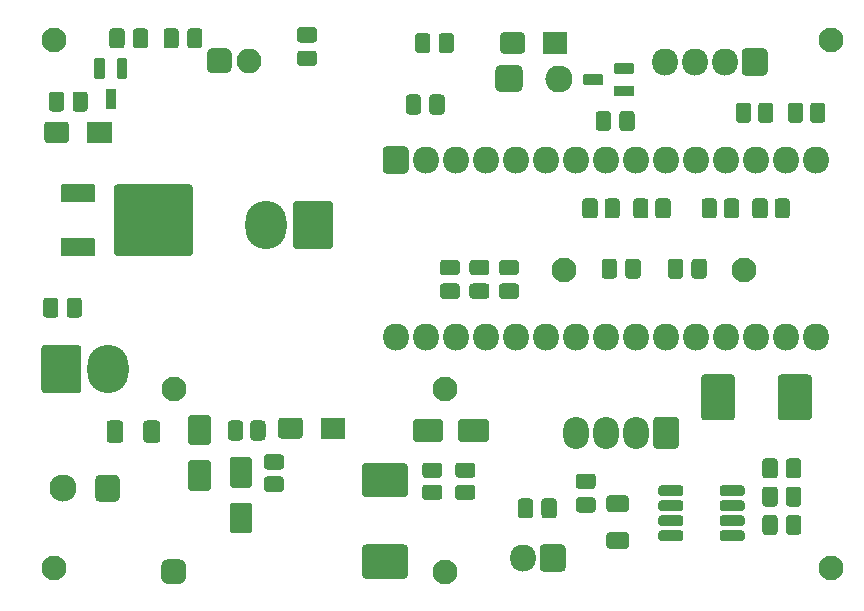
<source format=gts>
G04 #@! TF.GenerationSoftware,KiCad,Pcbnew,(5.1.10)-1*
G04 #@! TF.CreationDate,2021-11-25T14:37:56-05:00*
G04 #@! TF.ProjectId,pid_smt_oven,7069645f-736d-4745-9f6f-76656e2e6b69,rev?*
G04 #@! TF.SameCoordinates,Original*
G04 #@! TF.FileFunction,Soldermask,Top*
G04 #@! TF.FilePolarity,Negative*
%FSLAX46Y46*%
G04 Gerber Fmt 4.6, Leading zero omitted, Abs format (unit mm)*
G04 Created by KiCad (PCBNEW (5.1.10)-1) date 2021-11-25 14:37:56*
%MOMM*%
%LPD*%
G01*
G04 APERTURE LIST*
%ADD10O,2.200000X2.300000*%
%ADD11O,2.200000X2.700000*%
%ADD12O,2.300000X2.300000*%
%ADD13O,2.100000X2.100000*%
%ADD14C,2.100000*%
%ADD15C,2.300000*%
%ADD16O,3.500000X4.100000*%
G04 APERTURE END LIST*
D10*
G04 #@! TO.C,a2*
X67660000Y-32100000D03*
X67660000Y-17100000D03*
X32100000Y-32100000D03*
X65120000Y-17100000D03*
X34640000Y-32100000D03*
X62580000Y-17100000D03*
X37180000Y-32100000D03*
X60040000Y-17100000D03*
X39720000Y-32100000D03*
X57500000Y-17100000D03*
X42260000Y-32100000D03*
X54960000Y-17100000D03*
X44800000Y-32100000D03*
X52420000Y-17100000D03*
X47340000Y-32100000D03*
X49880000Y-17100000D03*
X49880000Y-32100000D03*
X47340000Y-17100000D03*
X52420000Y-32100000D03*
X44800000Y-17100000D03*
X54960000Y-32100000D03*
X42260000Y-17100000D03*
X57500000Y-32100000D03*
X39720000Y-17100000D03*
X60040000Y-32100000D03*
X37180000Y-17100000D03*
X62580000Y-32100000D03*
X34640000Y-17100000D03*
X65120000Y-32100000D03*
G36*
G01*
X31330000Y-15950000D02*
X32870000Y-15950000D01*
G75*
G02*
X33200000Y-16280000I0J-330000D01*
G01*
X33200000Y-17920000D01*
G75*
G02*
X32870000Y-18250000I-330000J0D01*
G01*
X31330000Y-18250000D01*
G75*
G02*
X31000000Y-17920000I0J330000D01*
G01*
X31000000Y-16280000D01*
G75*
G02*
X31330000Y-15950000I330000J0D01*
G01*
G37*
G04 #@! TD*
G04 #@! TO.C,C8*
G36*
G01*
X12175000Y-39419325D02*
X12175000Y-40780675D01*
G75*
G02*
X11905675Y-41050000I-269325J0D01*
G01*
X11019325Y-41050000D01*
G75*
G02*
X10750000Y-40780675I0J269325D01*
G01*
X10750000Y-39419325D01*
G75*
G02*
X11019325Y-39150000I269325J0D01*
G01*
X11905675Y-39150000D01*
G75*
G02*
X12175000Y-39419325I0J-269325D01*
G01*
G37*
G36*
G01*
X9050000Y-39419325D02*
X9050000Y-40780675D01*
G75*
G02*
X8780675Y-41050000I-269325J0D01*
G01*
X7894325Y-41050000D01*
G75*
G02*
X7625000Y-40780675I0J269325D01*
G01*
X7625000Y-39419325D01*
G75*
G02*
X7894325Y-39150000I269325J0D01*
G01*
X8780675Y-39150000D01*
G75*
G02*
X9050000Y-39419325I0J-269325D01*
G01*
G37*
G04 #@! TD*
G04 #@! TO.C,R10*
G36*
G01*
X50219325Y-45475000D02*
X51580675Y-45475000D01*
G75*
G02*
X51850000Y-45744325I0J-269325D01*
G01*
X51850000Y-46630675D01*
G75*
G02*
X51580675Y-46900000I-269325J0D01*
G01*
X50219325Y-46900000D01*
G75*
G02*
X49950000Y-46630675I0J269325D01*
G01*
X49950000Y-45744325D01*
G75*
G02*
X50219325Y-45475000I269325J0D01*
G01*
G37*
G36*
G01*
X50219325Y-48600000D02*
X51580675Y-48600000D01*
G75*
G02*
X51850000Y-48869325I0J-269325D01*
G01*
X51850000Y-49755675D01*
G75*
G02*
X51580675Y-50025000I-269325J0D01*
G01*
X50219325Y-50025000D01*
G75*
G02*
X49950000Y-49755675I0J269325D01*
G01*
X49950000Y-48869325D01*
G75*
G02*
X50219325Y-48600000I269325J0D01*
G01*
G37*
G04 #@! TD*
G04 #@! TO.C,C17*
G36*
G01*
X57950000Y-38828100D02*
X57950000Y-35571900D01*
G75*
G02*
X58271900Y-35250000I321900J0D01*
G01*
X60528100Y-35250000D01*
G75*
G02*
X60850000Y-35571900I0J-321900D01*
G01*
X60850000Y-38828100D01*
G75*
G02*
X60528100Y-39150000I-321900J0D01*
G01*
X58271900Y-39150000D01*
G75*
G02*
X57950000Y-38828100I0J321900D01*
G01*
G37*
G36*
G01*
X64450000Y-38828100D02*
X64450000Y-35571900D01*
G75*
G02*
X64771900Y-35250000I321900J0D01*
G01*
X67028100Y-35250000D01*
G75*
G02*
X67350000Y-35571900I0J-321900D01*
G01*
X67350000Y-38828100D01*
G75*
G02*
X67028100Y-39150000I-321900J0D01*
G01*
X64771900Y-39150000D01*
G75*
G02*
X64450000Y-38828100I0J321900D01*
G01*
G37*
G04 #@! TD*
G04 #@! TO.C,R15*
G36*
G01*
X58010000Y-21779600D02*
X58010000Y-20620400D01*
G75*
G02*
X58280400Y-20350000I270400J0D01*
G01*
X59039600Y-20350000D01*
G75*
G02*
X59310000Y-20620400I0J-270400D01*
G01*
X59310000Y-21779600D01*
G75*
G02*
X59039600Y-22050000I-270400J0D01*
G01*
X58280400Y-22050000D01*
G75*
G02*
X58010000Y-21779600I0J270400D01*
G01*
G37*
G36*
G01*
X59890000Y-21779600D02*
X59890000Y-20620400D01*
G75*
G02*
X60160400Y-20350000I270400J0D01*
G01*
X60919600Y-20350000D01*
G75*
G02*
X61190000Y-20620400I0J-270400D01*
G01*
X61190000Y-21779600D01*
G75*
G02*
X60919600Y-22050000I-270400J0D01*
G01*
X60160400Y-22050000D01*
G75*
G02*
X59890000Y-21779600I0J270400D01*
G01*
G37*
G04 #@! TD*
G04 #@! TO.C,R14*
G36*
G01*
X64090000Y-12520400D02*
X64090000Y-13679600D01*
G75*
G02*
X63819600Y-13950000I-270400J0D01*
G01*
X63060400Y-13950000D01*
G75*
G02*
X62790000Y-13679600I0J270400D01*
G01*
X62790000Y-12520400D01*
G75*
G02*
X63060400Y-12250000I270400J0D01*
G01*
X63819600Y-12250000D01*
G75*
G02*
X64090000Y-12520400I0J-270400D01*
G01*
G37*
G36*
G01*
X62210000Y-12520400D02*
X62210000Y-13679600D01*
G75*
G02*
X61939600Y-13950000I-270400J0D01*
G01*
X61180400Y-13950000D01*
G75*
G02*
X60910000Y-13679600I0J270400D01*
G01*
X60910000Y-12520400D01*
G75*
G02*
X61180400Y-12250000I270400J0D01*
G01*
X61939600Y-12250000D01*
G75*
G02*
X62210000Y-12520400I0J-270400D01*
G01*
G37*
G04 #@! TD*
G04 #@! TO.C,R4*
G36*
G01*
X52210000Y-21779600D02*
X52210000Y-20620400D01*
G75*
G02*
X52480400Y-20350000I270400J0D01*
G01*
X53239600Y-20350000D01*
G75*
G02*
X53510000Y-20620400I0J-270400D01*
G01*
X53510000Y-21779600D01*
G75*
G02*
X53239600Y-22050000I-270400J0D01*
G01*
X52480400Y-22050000D01*
G75*
G02*
X52210000Y-21779600I0J270400D01*
G01*
G37*
G36*
G01*
X54090000Y-21779600D02*
X54090000Y-20620400D01*
G75*
G02*
X54360400Y-20350000I270400J0D01*
G01*
X55119600Y-20350000D01*
G75*
G02*
X55390000Y-20620400I0J-270400D01*
G01*
X55390000Y-21779600D01*
G75*
G02*
X55119600Y-22050000I-270400J0D01*
G01*
X54360400Y-22050000D01*
G75*
G02*
X54090000Y-21779600I0J270400D01*
G01*
G37*
G04 #@! TD*
G04 #@! TO.C,J5*
X54880000Y-8800000D03*
X57420000Y-8800000D03*
G36*
G01*
X63600000Y-7973400D02*
X63600000Y-9626600D01*
G75*
G02*
X63276600Y-9950000I-323400J0D01*
G01*
X61723400Y-9950000D01*
G75*
G02*
X61400000Y-9626600I0J323400D01*
G01*
X61400000Y-7973400D01*
G75*
G02*
X61723400Y-7650000I323400J0D01*
G01*
X63276600Y-7650000D01*
G75*
G02*
X63600000Y-7973400I0J-323400D01*
G01*
G37*
X59960000Y-8800000D03*
G04 #@! TD*
D11*
G04 #@! TO.C,J4*
X47380000Y-40200000D03*
X49920000Y-40200000D03*
X52460000Y-40200000D03*
G36*
G01*
X56100000Y-39166800D02*
X56100000Y-41233200D01*
G75*
G02*
X55783200Y-41550000I-316800J0D01*
G01*
X54216800Y-41550000D01*
G75*
G02*
X53900000Y-41233200I0J316800D01*
G01*
X53900000Y-39166800D01*
G75*
G02*
X54216800Y-38850000I316800J0D01*
G01*
X55783200Y-38850000D01*
G75*
G02*
X56100000Y-39166800I0J-316800D01*
G01*
G37*
G04 #@! TD*
D10*
G04 #@! TO.C,J3*
X42860000Y-50800000D03*
G36*
G01*
X46500000Y-49966800D02*
X46500000Y-51633200D01*
G75*
G02*
X46183200Y-51950000I-316800J0D01*
G01*
X44616800Y-51950000D01*
G75*
G02*
X44300000Y-51633200I0J316800D01*
G01*
X44300000Y-49966800D01*
G75*
G02*
X44616800Y-49650000I316800J0D01*
G01*
X46183200Y-49650000D01*
G75*
G02*
X46500000Y-49966800I0J-316800D01*
G01*
G37*
G04 #@! TD*
G04 #@! TO.C,C6*
G36*
G01*
X62310000Y-21779600D02*
X62310000Y-20620400D01*
G75*
G02*
X62580400Y-20350000I270400J0D01*
G01*
X63339600Y-20350000D01*
G75*
G02*
X63610000Y-20620400I0J-270400D01*
G01*
X63610000Y-21779600D01*
G75*
G02*
X63339600Y-22050000I-270400J0D01*
G01*
X62580400Y-22050000D01*
G75*
G02*
X62310000Y-21779600I0J270400D01*
G01*
G37*
G36*
G01*
X64190000Y-21779600D02*
X64190000Y-20620400D01*
G75*
G02*
X64460400Y-20350000I270400J0D01*
G01*
X65219600Y-20350000D01*
G75*
G02*
X65490000Y-20620400I0J-270400D01*
G01*
X65490000Y-21779600D01*
G75*
G02*
X65219600Y-22050000I-270400J0D01*
G01*
X64460400Y-22050000D01*
G75*
G02*
X64190000Y-21779600I0J270400D01*
G01*
G37*
G04 #@! TD*
G04 #@! TO.C,C5*
G36*
G01*
X51090000Y-20620400D02*
X51090000Y-21779600D01*
G75*
G02*
X50819600Y-22050000I-270400J0D01*
G01*
X50060400Y-22050000D01*
G75*
G02*
X49790000Y-21779600I0J270400D01*
G01*
X49790000Y-20620400D01*
G75*
G02*
X50060400Y-20350000I270400J0D01*
G01*
X50819600Y-20350000D01*
G75*
G02*
X51090000Y-20620400I0J-270400D01*
G01*
G37*
G36*
G01*
X49210000Y-20620400D02*
X49210000Y-21779600D01*
G75*
G02*
X48939600Y-22050000I-270400J0D01*
G01*
X48180400Y-22050000D01*
G75*
G02*
X47910000Y-21779600I0J270400D01*
G01*
X47910000Y-20620400D01*
G75*
G02*
X48180400Y-20350000I270400J0D01*
G01*
X48939600Y-20350000D01*
G75*
G02*
X49210000Y-20620400I0J-270400D01*
G01*
G37*
G04 #@! TD*
G04 #@! TO.C,C4*
G36*
G01*
X65310000Y-13679600D02*
X65310000Y-12520400D01*
G75*
G02*
X65580400Y-12250000I270400J0D01*
G01*
X66339600Y-12250000D01*
G75*
G02*
X66610000Y-12520400I0J-270400D01*
G01*
X66610000Y-13679600D01*
G75*
G02*
X66339600Y-13950000I-270400J0D01*
G01*
X65580400Y-13950000D01*
G75*
G02*
X65310000Y-13679600I0J270400D01*
G01*
G37*
G36*
G01*
X67190000Y-13679600D02*
X67190000Y-12520400D01*
G75*
G02*
X67460400Y-12250000I270400J0D01*
G01*
X68219600Y-12250000D01*
G75*
G02*
X68490000Y-12520400I0J-270400D01*
G01*
X68490000Y-13679600D01*
G75*
G02*
X68219600Y-13950000I-270400J0D01*
G01*
X67460400Y-13950000D01*
G75*
G02*
X67190000Y-13679600I0J270400D01*
G01*
G37*
G04 #@! TD*
G04 #@! TO.C,LS1*
G36*
G01*
X40550000Y-10936000D02*
X40550000Y-9464000D01*
G75*
G02*
X40964000Y-9050000I414000J0D01*
G01*
X42436000Y-9050000D01*
G75*
G02*
X42850000Y-9464000I0J-414000D01*
G01*
X42850000Y-10936000D01*
G75*
G02*
X42436000Y-11350000I-414000J0D01*
G01*
X40964000Y-11350000D01*
G75*
G02*
X40550000Y-10936000I0J414000D01*
G01*
G37*
D12*
X45900000Y-10200000D03*
G04 #@! TD*
D13*
G04 #@! TO.C,D5*
X19700000Y-8700000D03*
G36*
G01*
X16110000Y-9330000D02*
X16110000Y-8070000D01*
G75*
G02*
X16530000Y-7650000I420000J0D01*
G01*
X17790000Y-7650000D01*
G75*
G02*
X18210000Y-8070000I0J-420000D01*
G01*
X18210000Y-9330000D01*
G75*
G02*
X17790000Y-9750000I-420000J0D01*
G01*
X16530000Y-9750000D01*
G75*
G02*
X16110000Y-9330000I0J420000D01*
G01*
G37*
G04 #@! TD*
G04 #@! TO.C,D6*
G36*
G01*
X22150000Y-40430000D02*
X22150000Y-39170000D01*
G75*
G02*
X22420000Y-38900000I270000J0D01*
G01*
X23980000Y-38900000D01*
G75*
G02*
X24250000Y-39170000I0J-270000D01*
G01*
X24250000Y-40430000D01*
G75*
G02*
X23980000Y-40700000I-270000J0D01*
G01*
X22420000Y-40700000D01*
G75*
G02*
X22150000Y-40430000I0J270000D01*
G01*
G37*
G36*
G01*
X25750000Y-40664000D02*
X25750000Y-38936000D01*
G75*
G02*
X25786000Y-38900000I36000J0D01*
G01*
X27814000Y-38900000D01*
G75*
G02*
X27850000Y-38936000I0J-36000D01*
G01*
X27850000Y-40664000D01*
G75*
G02*
X27814000Y-40700000I-36000J0D01*
G01*
X25786000Y-40700000D01*
G75*
G02*
X25750000Y-40664000I0J36000D01*
G01*
G37*
G04 #@! TD*
G04 #@! TO.C,R2*
G36*
G01*
X17910000Y-40579600D02*
X17910000Y-39420400D01*
G75*
G02*
X18180400Y-39150000I270400J0D01*
G01*
X18939600Y-39150000D01*
G75*
G02*
X19210000Y-39420400I0J-270400D01*
G01*
X19210000Y-40579600D01*
G75*
G02*
X18939600Y-40850000I-270400J0D01*
G01*
X18180400Y-40850000D01*
G75*
G02*
X17910000Y-40579600I0J270400D01*
G01*
G37*
G36*
G01*
X19790000Y-40579600D02*
X19790000Y-39420400D01*
G75*
G02*
X20060400Y-39150000I270400J0D01*
G01*
X20819600Y-39150000D01*
G75*
G02*
X21090000Y-39420400I0J-270400D01*
G01*
X21090000Y-40579600D01*
G75*
G02*
X20819600Y-40850000I-270400J0D01*
G01*
X20060400Y-40850000D01*
G75*
G02*
X19790000Y-40579600I0J270400D01*
G01*
G37*
G04 #@! TD*
G04 #@! TO.C,R3*
G36*
G01*
X21220400Y-42010000D02*
X22379600Y-42010000D01*
G75*
G02*
X22650000Y-42280400I0J-270400D01*
G01*
X22650000Y-43039600D01*
G75*
G02*
X22379600Y-43310000I-270400J0D01*
G01*
X21220400Y-43310000D01*
G75*
G02*
X20950000Y-43039600I0J270400D01*
G01*
X20950000Y-42280400D01*
G75*
G02*
X21220400Y-42010000I270400J0D01*
G01*
G37*
G36*
G01*
X21220400Y-43890000D02*
X22379600Y-43890000D01*
G75*
G02*
X22650000Y-44160400I0J-270400D01*
G01*
X22650000Y-44919600D01*
G75*
G02*
X22379600Y-45190000I-270400J0D01*
G01*
X21220400Y-45190000D01*
G75*
G02*
X20950000Y-44919600I0J270400D01*
G01*
X20950000Y-44160400D01*
G75*
G02*
X21220400Y-43890000I270400J0D01*
G01*
G37*
G04 #@! TD*
G04 #@! TO.C,Q2*
G36*
G01*
X49700000Y-9940000D02*
X49700000Y-10660000D01*
G75*
G02*
X49610000Y-10750000I-90000J0D01*
G01*
X48090000Y-10750000D01*
G75*
G02*
X48000000Y-10660000I0J90000D01*
G01*
X48000000Y-9940000D01*
G75*
G02*
X48090000Y-9850000I90000J0D01*
G01*
X49610000Y-9850000D01*
G75*
G02*
X49700000Y-9940000I0J-90000D01*
G01*
G37*
G36*
G01*
X52300000Y-8990000D02*
X52300000Y-9710000D01*
G75*
G02*
X52210000Y-9800000I-90000J0D01*
G01*
X50690000Y-9800000D01*
G75*
G02*
X50600000Y-9710000I0J90000D01*
G01*
X50600000Y-8990000D01*
G75*
G02*
X50690000Y-8900000I90000J0D01*
G01*
X52210000Y-8900000D01*
G75*
G02*
X52300000Y-8990000I0J-90000D01*
G01*
G37*
G36*
G01*
X52300000Y-10890000D02*
X52300000Y-11610000D01*
G75*
G02*
X52210000Y-11700000I-90000J0D01*
G01*
X50690000Y-11700000D01*
G75*
G02*
X50600000Y-11610000I0J90000D01*
G01*
X50600000Y-10890000D01*
G75*
G02*
X50690000Y-10800000I90000J0D01*
G01*
X52210000Y-10800000D01*
G75*
G02*
X52300000Y-10890000I0J-90000D01*
G01*
G37*
G04 #@! TD*
G04 #@! TO.C,C11*
G36*
G01*
X37420400Y-42710000D02*
X38579600Y-42710000D01*
G75*
G02*
X38850000Y-42980400I0J-270400D01*
G01*
X38850000Y-43739600D01*
G75*
G02*
X38579600Y-44010000I-270400J0D01*
G01*
X37420400Y-44010000D01*
G75*
G02*
X37150000Y-43739600I0J270400D01*
G01*
X37150000Y-42980400D01*
G75*
G02*
X37420400Y-42710000I270400J0D01*
G01*
G37*
G36*
G01*
X37420400Y-44590000D02*
X38579600Y-44590000D01*
G75*
G02*
X38850000Y-44860400I0J-270400D01*
G01*
X38850000Y-45619600D01*
G75*
G02*
X38579600Y-45890000I-270400J0D01*
G01*
X37420400Y-45890000D01*
G75*
G02*
X37150000Y-45619600I0J270400D01*
G01*
X37150000Y-44860400D01*
G75*
G02*
X37420400Y-44590000I270400J0D01*
G01*
G37*
G04 #@! TD*
G04 #@! TO.C,C10*
G36*
G01*
X34620400Y-42710000D02*
X35779600Y-42710000D01*
G75*
G02*
X36050000Y-42980400I0J-270400D01*
G01*
X36050000Y-43739600D01*
G75*
G02*
X35779600Y-44010000I-270400J0D01*
G01*
X34620400Y-44010000D01*
G75*
G02*
X34350000Y-43739600I0J270400D01*
G01*
X34350000Y-42980400D01*
G75*
G02*
X34620400Y-42710000I270400J0D01*
G01*
G37*
G36*
G01*
X34620400Y-44590000D02*
X35779600Y-44590000D01*
G75*
G02*
X36050000Y-44860400I0J-270400D01*
G01*
X36050000Y-45619600D01*
G75*
G02*
X35779600Y-45890000I-270400J0D01*
G01*
X34620400Y-45890000D01*
G75*
G02*
X34350000Y-45619600I0J270400D01*
G01*
X34350000Y-44860400D01*
G75*
G02*
X34620400Y-44590000I270400J0D01*
G01*
G37*
G04 #@! TD*
G04 #@! TO.C,D7*
G36*
G01*
X36150000Y-39240000D02*
X36150000Y-40760000D01*
G75*
G02*
X35960000Y-40950000I-190000J0D01*
G01*
X33740000Y-40950000D01*
G75*
G02*
X33550000Y-40760000I0J190000D01*
G01*
X33550000Y-39240000D01*
G75*
G02*
X33740000Y-39050000I190000J0D01*
G01*
X35960000Y-39050000D01*
G75*
G02*
X36150000Y-39240000I0J-190000D01*
G01*
G37*
G36*
G01*
X40000000Y-39240000D02*
X40000000Y-40760000D01*
G75*
G02*
X39810000Y-40950000I-190000J0D01*
G01*
X37590000Y-40950000D01*
G75*
G02*
X37400000Y-40760000I0J190000D01*
G01*
X37400000Y-39240000D01*
G75*
G02*
X37590000Y-39050000I190000J0D01*
G01*
X39810000Y-39050000D01*
G75*
G02*
X40000000Y-39240000I0J-190000D01*
G01*
G37*
G04 #@! TD*
G04 #@! TO.C,D3*
G36*
G01*
X19760000Y-44850000D02*
X18240000Y-44850000D01*
G75*
G02*
X18050000Y-44660000I0J190000D01*
G01*
X18050000Y-42440000D01*
G75*
G02*
X18240000Y-42250000I190000J0D01*
G01*
X19760000Y-42250000D01*
G75*
G02*
X19950000Y-42440000I0J-190000D01*
G01*
X19950000Y-44660000D01*
G75*
G02*
X19760000Y-44850000I-190000J0D01*
G01*
G37*
G36*
G01*
X19760000Y-48700000D02*
X18240000Y-48700000D01*
G75*
G02*
X18050000Y-48510000I0J190000D01*
G01*
X18050000Y-46290000D01*
G75*
G02*
X18240000Y-46100000I190000J0D01*
G01*
X19760000Y-46100000D01*
G75*
G02*
X19950000Y-46290000I0J-190000D01*
G01*
X19950000Y-48510000D01*
G75*
G02*
X19760000Y-48700000I-190000J0D01*
G01*
G37*
G04 #@! TD*
D14*
G04 #@! TO.C,a1*
X13300000Y-36450000D03*
X36300000Y-36450000D03*
X36300000Y-51950000D03*
G36*
G01*
X12250000Y-52475000D02*
X12250000Y-51425000D01*
G75*
G02*
X12775000Y-50900000I525000J0D01*
G01*
X13825000Y-50900000D01*
G75*
G02*
X14350000Y-51425000I0J-525000D01*
G01*
X14350000Y-52475000D01*
G75*
G02*
X13825000Y-53000000I-525000J0D01*
G01*
X12775000Y-53000000D01*
G75*
G02*
X12250000Y-52475000I0J525000D01*
G01*
G37*
G04 #@! TD*
G04 #@! TO.C,D1*
G36*
G01*
X16260000Y-41250000D02*
X14740000Y-41250000D01*
G75*
G02*
X14550000Y-41060000I0J190000D01*
G01*
X14550000Y-38840000D01*
G75*
G02*
X14740000Y-38650000I190000J0D01*
G01*
X16260000Y-38650000D01*
G75*
G02*
X16450000Y-38840000I0J-190000D01*
G01*
X16450000Y-41060000D01*
G75*
G02*
X16260000Y-41250000I-190000J0D01*
G01*
G37*
G36*
G01*
X16260000Y-45100000D02*
X14740000Y-45100000D01*
G75*
G02*
X14550000Y-44910000I0J190000D01*
G01*
X14550000Y-42690000D01*
G75*
G02*
X14740000Y-42500000I190000J0D01*
G01*
X16260000Y-42500000D01*
G75*
G02*
X16450000Y-42690000I0J-190000D01*
G01*
X16450000Y-44910000D01*
G75*
G02*
X16260000Y-45100000I-190000J0D01*
G01*
G37*
G04 #@! TD*
G04 #@! TO.C,Q3*
G36*
G01*
X7640000Y-11100000D02*
X8360000Y-11100000D01*
G75*
G02*
X8450000Y-11190000I0J-90000D01*
G01*
X8450000Y-12710000D01*
G75*
G02*
X8360000Y-12800000I-90000J0D01*
G01*
X7640000Y-12800000D01*
G75*
G02*
X7550000Y-12710000I0J90000D01*
G01*
X7550000Y-11190000D01*
G75*
G02*
X7640000Y-11100000I90000J0D01*
G01*
G37*
G36*
G01*
X6690000Y-8500000D02*
X7410000Y-8500000D01*
G75*
G02*
X7500000Y-8590000I0J-90000D01*
G01*
X7500000Y-10110000D01*
G75*
G02*
X7410000Y-10200000I-90000J0D01*
G01*
X6690000Y-10200000D01*
G75*
G02*
X6600000Y-10110000I0J90000D01*
G01*
X6600000Y-8590000D01*
G75*
G02*
X6690000Y-8500000I90000J0D01*
G01*
G37*
G36*
G01*
X8590000Y-8500000D02*
X9310000Y-8500000D01*
G75*
G02*
X9400000Y-8590000I0J-90000D01*
G01*
X9400000Y-10110000D01*
G75*
G02*
X9310000Y-10200000I-90000J0D01*
G01*
X8590000Y-10200000D01*
G75*
G02*
X8500000Y-10110000I0J90000D01*
G01*
X8500000Y-8590000D01*
G75*
G02*
X8590000Y-8500000I90000J0D01*
G01*
G37*
G04 #@! TD*
G04 #@! TO.C,D4*
G36*
G01*
X40950000Y-7830000D02*
X40950000Y-6570000D01*
G75*
G02*
X41220000Y-6300000I270000J0D01*
G01*
X42780000Y-6300000D01*
G75*
G02*
X43050000Y-6570000I0J-270000D01*
G01*
X43050000Y-7830000D01*
G75*
G02*
X42780000Y-8100000I-270000J0D01*
G01*
X41220000Y-8100000D01*
G75*
G02*
X40950000Y-7830000I0J270000D01*
G01*
G37*
G36*
G01*
X44550000Y-8064000D02*
X44550000Y-6336000D01*
G75*
G02*
X44586000Y-6300000I36000J0D01*
G01*
X46614000Y-6300000D01*
G75*
G02*
X46650000Y-6336000I0J-36000D01*
G01*
X46650000Y-8064000D01*
G75*
G02*
X46614000Y-8100000I-36000J0D01*
G01*
X44586000Y-8100000D01*
G75*
G02*
X44550000Y-8064000I0J36000D01*
G01*
G37*
G04 #@! TD*
G04 #@! TO.C,D2*
G36*
G01*
X2350000Y-15380000D02*
X2350000Y-14120000D01*
G75*
G02*
X2620000Y-13850000I270000J0D01*
G01*
X4180000Y-13850000D01*
G75*
G02*
X4450000Y-14120000I0J-270000D01*
G01*
X4450000Y-15380000D01*
G75*
G02*
X4180000Y-15650000I-270000J0D01*
G01*
X2620000Y-15650000D01*
G75*
G02*
X2350000Y-15380000I0J270000D01*
G01*
G37*
G36*
G01*
X5950000Y-15614000D02*
X5950000Y-13886000D01*
G75*
G02*
X5986000Y-13850000I36000J0D01*
G01*
X8014000Y-13850000D01*
G75*
G02*
X8050000Y-13886000I0J-36000D01*
G01*
X8050000Y-15614000D01*
G75*
G02*
X8014000Y-15650000I-36000J0D01*
G01*
X5986000Y-15650000D01*
G75*
G02*
X5950000Y-15614000I0J36000D01*
G01*
G37*
G04 #@! TD*
G04 #@! TO.C,C9*
G36*
G01*
X29571900Y-42750000D02*
X32828100Y-42750000D01*
G75*
G02*
X33150000Y-43071900I0J-321900D01*
G01*
X33150000Y-45328100D01*
G75*
G02*
X32828100Y-45650000I-321900J0D01*
G01*
X29571900Y-45650000D01*
G75*
G02*
X29250000Y-45328100I0J321900D01*
G01*
X29250000Y-43071900D01*
G75*
G02*
X29571900Y-42750000I321900J0D01*
G01*
G37*
G36*
G01*
X29571900Y-49650000D02*
X32828100Y-49650000D01*
G75*
G02*
X33150000Y-49971900I0J-321900D01*
G01*
X33150000Y-52228100D01*
G75*
G02*
X32828100Y-52550000I-321900J0D01*
G01*
X29571900Y-52550000D01*
G75*
G02*
X29250000Y-52228100I0J321900D01*
G01*
X29250000Y-49971900D01*
G75*
G02*
X29571900Y-49650000I321900J0D01*
G01*
G37*
G04 #@! TD*
G04 #@! TO.C,R7*
G36*
G01*
X4250000Y-30179600D02*
X4250000Y-29020400D01*
G75*
G02*
X4520400Y-28750000I270400J0D01*
G01*
X5279600Y-28750000D01*
G75*
G02*
X5550000Y-29020400I0J-270400D01*
G01*
X5550000Y-30179600D01*
G75*
G02*
X5279600Y-30450000I-270400J0D01*
G01*
X4520400Y-30450000D01*
G75*
G02*
X4250000Y-30179600I0J270400D01*
G01*
G37*
G36*
G01*
X2250000Y-30179600D02*
X2250000Y-29020400D01*
G75*
G02*
X2520400Y-28750000I270400J0D01*
G01*
X3279600Y-28750000D01*
G75*
G02*
X3550000Y-29020400I0J-270400D01*
G01*
X3550000Y-30179600D01*
G75*
G02*
X3279600Y-30450000I-270400J0D01*
G01*
X2520400Y-30450000D01*
G75*
G02*
X2250000Y-30179600I0J270400D01*
G01*
G37*
G04 #@! TD*
G04 #@! TO.C,C20*
G36*
G01*
X37279600Y-26850000D02*
X36120400Y-26850000D01*
G75*
G02*
X35850000Y-26579600I0J270400D01*
G01*
X35850000Y-25820400D01*
G75*
G02*
X36120400Y-25550000I270400J0D01*
G01*
X37279600Y-25550000D01*
G75*
G02*
X37550000Y-25820400I0J-270400D01*
G01*
X37550000Y-26579600D01*
G75*
G02*
X37279600Y-26850000I-270400J0D01*
G01*
G37*
G36*
G01*
X37279600Y-28850000D02*
X36120400Y-28850000D01*
G75*
G02*
X35850000Y-28579600I0J270400D01*
G01*
X35850000Y-27820400D01*
G75*
G02*
X36120400Y-27550000I270400J0D01*
G01*
X37279600Y-27550000D01*
G75*
G02*
X37550000Y-27820400I0J-270400D01*
G01*
X37550000Y-28579600D01*
G75*
G02*
X37279600Y-28850000I-270400J0D01*
G01*
G37*
G04 #@! TD*
G04 #@! TO.C,R16*
G36*
G01*
X56450000Y-25720400D02*
X56450000Y-26879600D01*
G75*
G02*
X56179600Y-27150000I-270400J0D01*
G01*
X55420400Y-27150000D01*
G75*
G02*
X55150000Y-26879600I0J270400D01*
G01*
X55150000Y-25720400D01*
G75*
G02*
X55420400Y-25450000I270400J0D01*
G01*
X56179600Y-25450000D01*
G75*
G02*
X56450000Y-25720400I0J-270400D01*
G01*
G37*
G36*
G01*
X58450000Y-25720400D02*
X58450000Y-26879600D01*
G75*
G02*
X58179600Y-27150000I-270400J0D01*
G01*
X57420400Y-27150000D01*
G75*
G02*
X57150000Y-26879600I0J270400D01*
G01*
X57150000Y-25720400D01*
G75*
G02*
X57420400Y-25450000I270400J0D01*
G01*
X58179600Y-25450000D01*
G75*
G02*
X58450000Y-25720400I0J-270400D01*
G01*
G37*
G04 #@! TD*
G04 #@! TO.C,R13*
G36*
G01*
X24020400Y-7850000D02*
X25179600Y-7850000D01*
G75*
G02*
X25450000Y-8120400I0J-270400D01*
G01*
X25450000Y-8879600D01*
G75*
G02*
X25179600Y-9150000I-270400J0D01*
G01*
X24020400Y-9150000D01*
G75*
G02*
X23750000Y-8879600I0J270400D01*
G01*
X23750000Y-8120400D01*
G75*
G02*
X24020400Y-7850000I270400J0D01*
G01*
G37*
G36*
G01*
X24020400Y-5850000D02*
X25179600Y-5850000D01*
G75*
G02*
X25450000Y-6120400I0J-270400D01*
G01*
X25450000Y-6879600D01*
G75*
G02*
X25179600Y-7150000I-270400J0D01*
G01*
X24020400Y-7150000D01*
G75*
G02*
X23750000Y-6879600I0J270400D01*
G01*
X23750000Y-6120400D01*
G75*
G02*
X24020400Y-5850000I270400J0D01*
G01*
G37*
G04 #@! TD*
G04 #@! TO.C,R12*
G36*
G01*
X47620400Y-45650000D02*
X48779600Y-45650000D01*
G75*
G02*
X49050000Y-45920400I0J-270400D01*
G01*
X49050000Y-46679600D01*
G75*
G02*
X48779600Y-46950000I-270400J0D01*
G01*
X47620400Y-46950000D01*
G75*
G02*
X47350000Y-46679600I0J270400D01*
G01*
X47350000Y-45920400D01*
G75*
G02*
X47620400Y-45650000I270400J0D01*
G01*
G37*
G36*
G01*
X47620400Y-43650000D02*
X48779600Y-43650000D01*
G75*
G02*
X49050000Y-43920400I0J-270400D01*
G01*
X49050000Y-44679600D01*
G75*
G02*
X48779600Y-44950000I-270400J0D01*
G01*
X47620400Y-44950000D01*
G75*
G02*
X47350000Y-44679600I0J270400D01*
G01*
X47350000Y-43920400D01*
G75*
G02*
X47620400Y-43650000I270400J0D01*
G01*
G37*
G04 #@! TD*
G04 #@! TO.C,R11*
G36*
G01*
X35750000Y-7779600D02*
X35750000Y-6620400D01*
G75*
G02*
X36020400Y-6350000I270400J0D01*
G01*
X36779600Y-6350000D01*
G75*
G02*
X37050000Y-6620400I0J-270400D01*
G01*
X37050000Y-7779600D01*
G75*
G02*
X36779600Y-8050000I-270400J0D01*
G01*
X36020400Y-8050000D01*
G75*
G02*
X35750000Y-7779600I0J270400D01*
G01*
G37*
G36*
G01*
X33750000Y-7779600D02*
X33750000Y-6620400D01*
G75*
G02*
X34020400Y-6350000I270400J0D01*
G01*
X34779600Y-6350000D01*
G75*
G02*
X35050000Y-6620400I0J-270400D01*
G01*
X35050000Y-7779600D01*
G75*
G02*
X34779600Y-8050000I-270400J0D01*
G01*
X34020400Y-8050000D01*
G75*
G02*
X33750000Y-7779600I0J270400D01*
G01*
G37*
G04 #@! TD*
G04 #@! TO.C,R9*
G36*
G01*
X50350000Y-13220400D02*
X50350000Y-14379600D01*
G75*
G02*
X50079600Y-14650000I-270400J0D01*
G01*
X49320400Y-14650000D01*
G75*
G02*
X49050000Y-14379600I0J270400D01*
G01*
X49050000Y-13220400D01*
G75*
G02*
X49320400Y-12950000I270400J0D01*
G01*
X50079600Y-12950000D01*
G75*
G02*
X50350000Y-13220400I0J-270400D01*
G01*
G37*
G36*
G01*
X52350000Y-13220400D02*
X52350000Y-14379600D01*
G75*
G02*
X52079600Y-14650000I-270400J0D01*
G01*
X51320400Y-14650000D01*
G75*
G02*
X51050000Y-14379600I0J270400D01*
G01*
X51050000Y-13220400D01*
G75*
G02*
X51320400Y-12950000I270400J0D01*
G01*
X52079600Y-12950000D01*
G75*
G02*
X52350000Y-13220400I0J-270400D01*
G01*
G37*
G04 #@! TD*
G04 #@! TO.C,R8*
G36*
G01*
X4750000Y-12729600D02*
X4750000Y-11570400D01*
G75*
G02*
X5020400Y-11300000I270400J0D01*
G01*
X5779600Y-11300000D01*
G75*
G02*
X6050000Y-11570400I0J-270400D01*
G01*
X6050000Y-12729600D01*
G75*
G02*
X5779600Y-13000000I-270400J0D01*
G01*
X5020400Y-13000000D01*
G75*
G02*
X4750000Y-12729600I0J270400D01*
G01*
G37*
G36*
G01*
X2750000Y-12729600D02*
X2750000Y-11570400D01*
G75*
G02*
X3020400Y-11300000I270400J0D01*
G01*
X3779600Y-11300000D01*
G75*
G02*
X4050000Y-11570400I0J-270400D01*
G01*
X4050000Y-12729600D01*
G75*
G02*
X3779600Y-13000000I-270400J0D01*
G01*
X3020400Y-13000000D01*
G75*
G02*
X2750000Y-12729600I0J270400D01*
G01*
G37*
G04 #@! TD*
G04 #@! TO.C,R6*
G36*
G01*
X9150000Y-6220400D02*
X9150000Y-7379600D01*
G75*
G02*
X8879600Y-7650000I-270400J0D01*
G01*
X8120400Y-7650000D01*
G75*
G02*
X7850000Y-7379600I0J270400D01*
G01*
X7850000Y-6220400D01*
G75*
G02*
X8120400Y-5950000I270400J0D01*
G01*
X8879600Y-5950000D01*
G75*
G02*
X9150000Y-6220400I0J-270400D01*
G01*
G37*
G36*
G01*
X11150000Y-6220400D02*
X11150000Y-7379600D01*
G75*
G02*
X10879600Y-7650000I-270400J0D01*
G01*
X10120400Y-7650000D01*
G75*
G02*
X9850000Y-7379600I0J270400D01*
G01*
X9850000Y-6220400D01*
G75*
G02*
X10120400Y-5950000I270400J0D01*
G01*
X10879600Y-5950000D01*
G75*
G02*
X11150000Y-6220400I0J-270400D01*
G01*
G37*
G04 #@! TD*
G04 #@! TO.C,R5*
G36*
G01*
X14450000Y-7379600D02*
X14450000Y-6220400D01*
G75*
G02*
X14720400Y-5950000I270400J0D01*
G01*
X15479600Y-5950000D01*
G75*
G02*
X15750000Y-6220400I0J-270400D01*
G01*
X15750000Y-7379600D01*
G75*
G02*
X15479600Y-7650000I-270400J0D01*
G01*
X14720400Y-7650000D01*
G75*
G02*
X14450000Y-7379600I0J270400D01*
G01*
G37*
G36*
G01*
X12450000Y-7379600D02*
X12450000Y-6220400D01*
G75*
G02*
X12720400Y-5950000I270400J0D01*
G01*
X13479600Y-5950000D01*
G75*
G02*
X13750000Y-6220400I0J-270400D01*
G01*
X13750000Y-7379600D01*
G75*
G02*
X13479600Y-7650000I-270400J0D01*
G01*
X12720400Y-7650000D01*
G75*
G02*
X12450000Y-7379600I0J270400D01*
G01*
G37*
G04 #@! TD*
G04 #@! TO.C,R1*
G36*
G01*
X43750000Y-46020400D02*
X43750000Y-47179600D01*
G75*
G02*
X43479600Y-47450000I-270400J0D01*
G01*
X42720400Y-47450000D01*
G75*
G02*
X42450000Y-47179600I0J270400D01*
G01*
X42450000Y-46020400D01*
G75*
G02*
X42720400Y-45750000I270400J0D01*
G01*
X43479600Y-45750000D01*
G75*
G02*
X43750000Y-46020400I0J-270400D01*
G01*
G37*
G36*
G01*
X45750000Y-46020400D02*
X45750000Y-47179600D01*
G75*
G02*
X45479600Y-47450000I-270400J0D01*
G01*
X44720400Y-47450000D01*
G75*
G02*
X44450000Y-47179600I0J270400D01*
G01*
X44450000Y-46020400D01*
G75*
G02*
X44720400Y-45750000I270400J0D01*
G01*
X45479600Y-45750000D01*
G75*
G02*
X45750000Y-46020400I0J-270400D01*
G01*
G37*
G04 #@! TD*
G04 #@! TO.C,C23*
G36*
G01*
X51550000Y-26879600D02*
X51550000Y-25720400D01*
G75*
G02*
X51820400Y-25450000I270400J0D01*
G01*
X52579600Y-25450000D01*
G75*
G02*
X52850000Y-25720400I0J-270400D01*
G01*
X52850000Y-26879600D01*
G75*
G02*
X52579600Y-27150000I-270400J0D01*
G01*
X51820400Y-27150000D01*
G75*
G02*
X51550000Y-26879600I0J270400D01*
G01*
G37*
G36*
G01*
X49550000Y-26879600D02*
X49550000Y-25720400D01*
G75*
G02*
X49820400Y-25450000I270400J0D01*
G01*
X50579600Y-25450000D01*
G75*
G02*
X50850000Y-25720400I0J-270400D01*
G01*
X50850000Y-26879600D01*
G75*
G02*
X50579600Y-27150000I-270400J0D01*
G01*
X49820400Y-27150000D01*
G75*
G02*
X49550000Y-26879600I0J270400D01*
G01*
G37*
G04 #@! TD*
G04 #@! TO.C,C18*
G36*
G01*
X34950000Y-12979600D02*
X34950000Y-11820400D01*
G75*
G02*
X35220400Y-11550000I270400J0D01*
G01*
X35979600Y-11550000D01*
G75*
G02*
X36250000Y-11820400I0J-270400D01*
G01*
X36250000Y-12979600D01*
G75*
G02*
X35979600Y-13250000I-270400J0D01*
G01*
X35220400Y-13250000D01*
G75*
G02*
X34950000Y-12979600I0J270400D01*
G01*
G37*
G36*
G01*
X32950000Y-12979600D02*
X32950000Y-11820400D01*
G75*
G02*
X33220400Y-11550000I270400J0D01*
G01*
X33979600Y-11550000D01*
G75*
G02*
X34250000Y-11820400I0J-270400D01*
G01*
X34250000Y-12979600D01*
G75*
G02*
X33979600Y-13250000I-270400J0D01*
G01*
X33220400Y-13250000D01*
G75*
G02*
X32950000Y-12979600I0J270400D01*
G01*
G37*
G04 #@! TD*
G04 #@! TO.C,C16*
G36*
G01*
X39779600Y-26850000D02*
X38620400Y-26850000D01*
G75*
G02*
X38350000Y-26579600I0J270400D01*
G01*
X38350000Y-25820400D01*
G75*
G02*
X38620400Y-25550000I270400J0D01*
G01*
X39779600Y-25550000D01*
G75*
G02*
X40050000Y-25820400I0J-270400D01*
G01*
X40050000Y-26579600D01*
G75*
G02*
X39779600Y-26850000I-270400J0D01*
G01*
G37*
G36*
G01*
X39779600Y-28850000D02*
X38620400Y-28850000D01*
G75*
G02*
X38350000Y-28579600I0J270400D01*
G01*
X38350000Y-27820400D01*
G75*
G02*
X38620400Y-27550000I270400J0D01*
G01*
X39779600Y-27550000D01*
G75*
G02*
X40050000Y-27820400I0J-270400D01*
G01*
X40050000Y-28579600D01*
G75*
G02*
X39779600Y-28850000I-270400J0D01*
G01*
G37*
G04 #@! TD*
G04 #@! TO.C,C15*
G36*
G01*
X42279600Y-26850000D02*
X41120400Y-26850000D01*
G75*
G02*
X40850000Y-26579600I0J270400D01*
G01*
X40850000Y-25820400D01*
G75*
G02*
X41120400Y-25550000I270400J0D01*
G01*
X42279600Y-25550000D01*
G75*
G02*
X42550000Y-25820400I0J-270400D01*
G01*
X42550000Y-26579600D01*
G75*
G02*
X42279600Y-26850000I-270400J0D01*
G01*
G37*
G36*
G01*
X42279600Y-28850000D02*
X41120400Y-28850000D01*
G75*
G02*
X40850000Y-28579600I0J270400D01*
G01*
X40850000Y-27820400D01*
G75*
G02*
X41120400Y-27550000I270400J0D01*
G01*
X42279600Y-27550000D01*
G75*
G02*
X42550000Y-27820400I0J-270400D01*
G01*
X42550000Y-28579600D01*
G75*
G02*
X42279600Y-28850000I-270400J0D01*
G01*
G37*
G04 #@! TD*
G04 #@! TO.C,C3*
G36*
G01*
X65150000Y-46179600D02*
X65150000Y-45020400D01*
G75*
G02*
X65420400Y-44750000I270400J0D01*
G01*
X66179600Y-44750000D01*
G75*
G02*
X66450000Y-45020400I0J-270400D01*
G01*
X66450000Y-46179600D01*
G75*
G02*
X66179600Y-46450000I-270400J0D01*
G01*
X65420400Y-46450000D01*
G75*
G02*
X65150000Y-46179600I0J270400D01*
G01*
G37*
G36*
G01*
X63150000Y-46179600D02*
X63150000Y-45020400D01*
G75*
G02*
X63420400Y-44750000I270400J0D01*
G01*
X64179600Y-44750000D01*
G75*
G02*
X64450000Y-45020400I0J-270400D01*
G01*
X64450000Y-46179600D01*
G75*
G02*
X64179600Y-46450000I-270400J0D01*
G01*
X63420400Y-46450000D01*
G75*
G02*
X63150000Y-46179600I0J270400D01*
G01*
G37*
G04 #@! TD*
G04 #@! TO.C,C2*
G36*
G01*
X65150000Y-48579600D02*
X65150000Y-47420400D01*
G75*
G02*
X65420400Y-47150000I270400J0D01*
G01*
X66179600Y-47150000D01*
G75*
G02*
X66450000Y-47420400I0J-270400D01*
G01*
X66450000Y-48579600D01*
G75*
G02*
X66179600Y-48850000I-270400J0D01*
G01*
X65420400Y-48850000D01*
G75*
G02*
X65150000Y-48579600I0J270400D01*
G01*
G37*
G36*
G01*
X63150000Y-48579600D02*
X63150000Y-47420400D01*
G75*
G02*
X63420400Y-47150000I270400J0D01*
G01*
X64179600Y-47150000D01*
G75*
G02*
X64450000Y-47420400I0J-270400D01*
G01*
X64450000Y-48579600D01*
G75*
G02*
X64179600Y-48850000I-270400J0D01*
G01*
X63420400Y-48850000D01*
G75*
G02*
X63150000Y-48579600I0J270400D01*
G01*
G37*
G04 #@! TD*
G04 #@! TO.C,C1*
G36*
G01*
X65150000Y-43779600D02*
X65150000Y-42620400D01*
G75*
G02*
X65420400Y-42350000I270400J0D01*
G01*
X66179600Y-42350000D01*
G75*
G02*
X66450000Y-42620400I0J-270400D01*
G01*
X66450000Y-43779600D01*
G75*
G02*
X66179600Y-44050000I-270400J0D01*
G01*
X65420400Y-44050000D01*
G75*
G02*
X65150000Y-43779600I0J270400D01*
G01*
G37*
G36*
G01*
X63150000Y-43779600D02*
X63150000Y-42620400D01*
G75*
G02*
X63420400Y-42350000I270400J0D01*
G01*
X64179600Y-42350000D01*
G75*
G02*
X64450000Y-42620400I0J-270400D01*
G01*
X64450000Y-43779600D01*
G75*
G02*
X64179600Y-44050000I-270400J0D01*
G01*
X63420400Y-44050000D01*
G75*
G02*
X63150000Y-43779600I0J270400D01*
G01*
G37*
G04 #@! TD*
G04 #@! TO.C,Q1*
G36*
G01*
X8250000Y-24945000D02*
X8250000Y-19455000D01*
G75*
G02*
X8555000Y-19150000I305000J0D01*
G01*
X14645000Y-19150000D01*
G75*
G02*
X14950000Y-19455000I0J-305000D01*
G01*
X14950000Y-24945000D01*
G75*
G02*
X14645000Y-25250000I-305000J0D01*
G01*
X8555000Y-25250000D01*
G75*
G02*
X8250000Y-24945000I0J305000D01*
G01*
G37*
G36*
G01*
X3750000Y-25155000D02*
X3750000Y-23805000D01*
G75*
G02*
X3825000Y-23730000I75000J0D01*
G01*
X6575000Y-23730000D01*
G75*
G02*
X6650000Y-23805000I0J-75000D01*
G01*
X6650000Y-25155000D01*
G75*
G02*
X6575000Y-25230000I-75000J0D01*
G01*
X3825000Y-25230000D01*
G75*
G02*
X3750000Y-25155000I0J75000D01*
G01*
G37*
G36*
G01*
X3750000Y-20595000D02*
X3750000Y-19245000D01*
G75*
G02*
X3825000Y-19170000I75000J0D01*
G01*
X6575000Y-19170000D01*
G75*
G02*
X6650000Y-19245000I0J-75000D01*
G01*
X6650000Y-20595000D01*
G75*
G02*
X6575000Y-20670000I-75000J0D01*
G01*
X3825000Y-20670000D01*
G75*
G02*
X3750000Y-20595000I0J75000D01*
G01*
G37*
G04 #@! TD*
G04 #@! TO.C,U1*
G36*
G01*
X59550000Y-45320000D02*
X59550000Y-44870000D01*
G75*
G02*
X59775000Y-44645000I225000J0D01*
G01*
X61425000Y-44645000D01*
G75*
G02*
X61650000Y-44870000I0J-225000D01*
G01*
X61650000Y-45320000D01*
G75*
G02*
X61425000Y-45545000I-225000J0D01*
G01*
X59775000Y-45545000D01*
G75*
G02*
X59550000Y-45320000I0J225000D01*
G01*
G37*
G36*
G01*
X59550000Y-46590000D02*
X59550000Y-46140000D01*
G75*
G02*
X59775000Y-45915000I225000J0D01*
G01*
X61425000Y-45915000D01*
G75*
G02*
X61650000Y-46140000I0J-225000D01*
G01*
X61650000Y-46590000D01*
G75*
G02*
X61425000Y-46815000I-225000J0D01*
G01*
X59775000Y-46815000D01*
G75*
G02*
X59550000Y-46590000I0J225000D01*
G01*
G37*
G36*
G01*
X59550000Y-47860000D02*
X59550000Y-47410000D01*
G75*
G02*
X59775000Y-47185000I225000J0D01*
G01*
X61425000Y-47185000D01*
G75*
G02*
X61650000Y-47410000I0J-225000D01*
G01*
X61650000Y-47860000D01*
G75*
G02*
X61425000Y-48085000I-225000J0D01*
G01*
X59775000Y-48085000D01*
G75*
G02*
X59550000Y-47860000I0J225000D01*
G01*
G37*
G36*
G01*
X59550000Y-49130000D02*
X59550000Y-48680000D01*
G75*
G02*
X59775000Y-48455000I225000J0D01*
G01*
X61425000Y-48455000D01*
G75*
G02*
X61650000Y-48680000I0J-225000D01*
G01*
X61650000Y-49130000D01*
G75*
G02*
X61425000Y-49355000I-225000J0D01*
G01*
X59775000Y-49355000D01*
G75*
G02*
X59550000Y-49130000I0J225000D01*
G01*
G37*
G36*
G01*
X54350000Y-49130000D02*
X54350000Y-48680000D01*
G75*
G02*
X54575000Y-48455000I225000J0D01*
G01*
X56225000Y-48455000D01*
G75*
G02*
X56450000Y-48680000I0J-225000D01*
G01*
X56450000Y-49130000D01*
G75*
G02*
X56225000Y-49355000I-225000J0D01*
G01*
X54575000Y-49355000D01*
G75*
G02*
X54350000Y-49130000I0J225000D01*
G01*
G37*
G36*
G01*
X54350000Y-47860000D02*
X54350000Y-47410000D01*
G75*
G02*
X54575000Y-47185000I225000J0D01*
G01*
X56225000Y-47185000D01*
G75*
G02*
X56450000Y-47410000I0J-225000D01*
G01*
X56450000Y-47860000D01*
G75*
G02*
X56225000Y-48085000I-225000J0D01*
G01*
X54575000Y-48085000D01*
G75*
G02*
X54350000Y-47860000I0J225000D01*
G01*
G37*
G36*
G01*
X54350000Y-46590000D02*
X54350000Y-46140000D01*
G75*
G02*
X54575000Y-45915000I225000J0D01*
G01*
X56225000Y-45915000D01*
G75*
G02*
X56450000Y-46140000I0J-225000D01*
G01*
X56450000Y-46590000D01*
G75*
G02*
X56225000Y-46815000I-225000J0D01*
G01*
X54575000Y-46815000D01*
G75*
G02*
X54350000Y-46590000I0J225000D01*
G01*
G37*
G36*
G01*
X54350000Y-45320000D02*
X54350000Y-44870000D01*
G75*
G02*
X54575000Y-44645000I225000J0D01*
G01*
X56225000Y-44645000D01*
G75*
G02*
X56450000Y-44870000I0J-225000D01*
G01*
X56450000Y-45320000D01*
G75*
G02*
X56225000Y-45545000I-225000J0D01*
G01*
X54575000Y-45545000D01*
G75*
G02*
X54350000Y-45320000I0J225000D01*
G01*
G37*
G04 #@! TD*
G04 #@! TO.C,TH1*
X61600000Y-26400000D03*
X46360000Y-26400000D03*
G04 #@! TD*
D15*
G04 #@! TO.C,C7*
X3900000Y-44900000D03*
G36*
G01*
X8750000Y-44170000D02*
X8750000Y-45630000D01*
G75*
G02*
X8330000Y-46050000I-420000J0D01*
G01*
X7070000Y-46050000D01*
G75*
G02*
X6650000Y-45630000I0J420000D01*
G01*
X6650000Y-44170000D01*
G75*
G02*
X7070000Y-43750000I420000J0D01*
G01*
X8330000Y-43750000D01*
G75*
G02*
X8750000Y-44170000I0J-420000D01*
G01*
G37*
G04 #@! TD*
D16*
G04 #@! TO.C,J1*
X7760000Y-34800000D03*
G36*
G01*
X2100000Y-36533800D02*
X2100000Y-33066200D01*
G75*
G02*
X2416200Y-32750000I316200J0D01*
G01*
X5183800Y-32750000D01*
G75*
G02*
X5500000Y-33066200I0J-316200D01*
G01*
X5500000Y-36533800D01*
G75*
G02*
X5183800Y-36850000I-316200J0D01*
G01*
X2416200Y-36850000D01*
G75*
G02*
X2100000Y-36533800I0J316200D01*
G01*
G37*
G04 #@! TD*
G04 #@! TO.C,J2*
X21140000Y-22600000D03*
G36*
G01*
X26800000Y-20866200D02*
X26800000Y-24333800D01*
G75*
G02*
X26483800Y-24650000I-316200J0D01*
G01*
X23716200Y-24650000D01*
G75*
G02*
X23400000Y-24333800I0J316200D01*
G01*
X23400000Y-20866200D01*
G75*
G02*
X23716200Y-20550000I316200J0D01*
G01*
X26483800Y-20550000D01*
G75*
G02*
X26800000Y-20866200I0J-316200D01*
G01*
G37*
G04 #@! TD*
D14*
G04 #@! TO.C,H4*
X69000000Y-6900000D03*
G04 #@! TD*
G04 #@! TO.C,H3*
X3200000Y-6900000D03*
G04 #@! TD*
G04 #@! TO.C,H2*
X3200000Y-51600000D03*
G04 #@! TD*
G04 #@! TO.C,H1*
X69000000Y-51600000D03*
G04 #@! TD*
M02*

</source>
